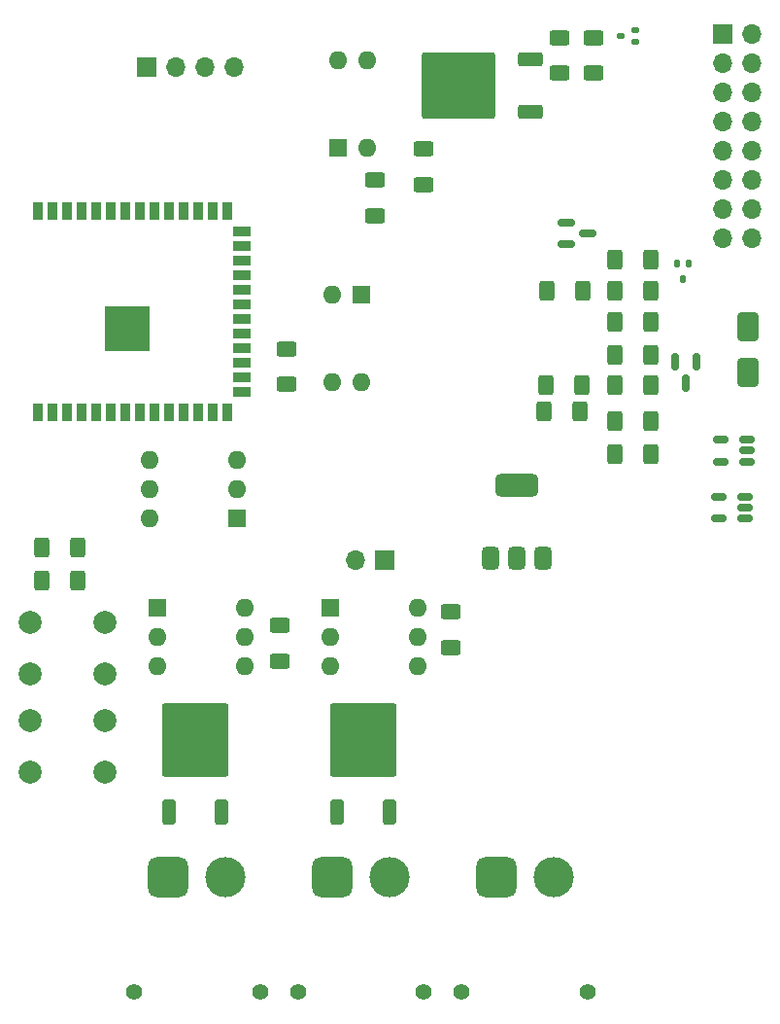
<source format=gbr>
%TF.GenerationSoftware,KiCad,Pcbnew,8.0.6*%
%TF.CreationDate,2025-05-10T04:30:44+07:00*%
%TF.ProjectId,FCU32 2 LAYER,46435533-3220-4322-904c-415945522e6b,rev?*%
%TF.SameCoordinates,Original*%
%TF.FileFunction,Soldermask,Top*%
%TF.FilePolarity,Negative*%
%FSLAX46Y46*%
G04 Gerber Fmt 4.6, Leading zero omitted, Abs format (unit mm)*
G04 Created by KiCad (PCBNEW 8.0.6) date 2025-05-10 04:30:44*
%MOMM*%
%LPD*%
G01*
G04 APERTURE LIST*
G04 Aperture macros list*
%AMRoundRect*
0 Rectangle with rounded corners*
0 $1 Rounding radius*
0 $2 $3 $4 $5 $6 $7 $8 $9 X,Y pos of 4 corners*
0 Add a 4 corners polygon primitive as box body*
4,1,4,$2,$3,$4,$5,$6,$7,$8,$9,$2,$3,0*
0 Add four circle primitives for the rounded corners*
1,1,$1+$1,$2,$3*
1,1,$1+$1,$4,$5*
1,1,$1+$1,$6,$7*
1,1,$1+$1,$8,$9*
0 Add four rect primitives between the rounded corners*
20,1,$1+$1,$2,$3,$4,$5,0*
20,1,$1+$1,$4,$5,$6,$7,0*
20,1,$1+$1,$6,$7,$8,$9,0*
20,1,$1+$1,$8,$9,$2,$3,0*%
G04 Aperture macros list end*
%ADD10RoundRect,0.250000X-0.400000X-0.625000X0.400000X-0.625000X0.400000X0.625000X-0.400000X0.625000X0*%
%ADD11O,1.600000X1.600000*%
%ADD12R,1.600000X1.600000*%
%ADD13RoundRect,0.150000X0.512500X0.150000X-0.512500X0.150000X-0.512500X-0.150000X0.512500X-0.150000X0*%
%ADD14RoundRect,0.375000X0.375000X-0.625000X0.375000X0.625000X-0.375000X0.625000X-0.375000X-0.625000X0*%
%ADD15RoundRect,0.500000X1.400000X-0.500000X1.400000X0.500000X-1.400000X0.500000X-1.400000X-0.500000X0*%
%ADD16C,2.000000*%
%ADD17RoundRect,0.250000X0.400000X0.625000X-0.400000X0.625000X-0.400000X-0.625000X0.400000X-0.625000X0*%
%ADD18RoundRect,0.250000X0.625000X-0.400000X0.625000X0.400000X-0.625000X0.400000X-0.625000X-0.400000X0*%
%ADD19RoundRect,0.250000X-0.625000X0.400000X-0.625000X-0.400000X0.625000X-0.400000X0.625000X0.400000X0*%
%ADD20RoundRect,0.125000X0.175000X0.125000X-0.175000X0.125000X-0.175000X-0.125000X0.175000X-0.125000X0*%
%ADD21RoundRect,0.250000X0.850000X0.350000X-0.850000X0.350000X-0.850000X-0.350000X0.850000X-0.350000X0*%
%ADD22RoundRect,0.249997X2.950003X2.650003X-2.950003X2.650003X-2.950003X-2.650003X2.950003X-2.650003X0*%
%ADD23RoundRect,0.125000X-0.125000X0.175000X-0.125000X-0.175000X0.125000X-0.175000X0.125000X0.175000X0*%
%ADD24RoundRect,0.250000X0.350000X-0.850000X0.350000X0.850000X-0.350000X0.850000X-0.350000X-0.850000X0*%
%ADD25RoundRect,0.249997X2.650003X-2.950003X2.650003X2.950003X-2.650003X2.950003X-2.650003X-2.950003X0*%
%ADD26RoundRect,0.150000X-0.150000X0.587500X-0.150000X-0.587500X0.150000X-0.587500X0.150000X0.587500X0*%
%ADD27RoundRect,0.150000X-0.587500X-0.150000X0.587500X-0.150000X0.587500X0.150000X-0.587500X0.150000X0*%
%ADD28R,1.700000X1.700000*%
%ADD29O,1.700000X1.700000*%
%ADD30C,1.400000*%
%ADD31RoundRect,0.770000X0.980000X0.980000X-0.980000X0.980000X-0.980000X-0.980000X0.980000X-0.980000X0*%
%ADD32C,3.500000*%
%ADD33RoundRect,0.250000X0.650000X-1.000000X0.650000X1.000000X-0.650000X1.000000X-0.650000X-1.000000X0*%
%ADD34R,0.900000X1.500000*%
%ADD35R,1.500000X0.900000*%
%ADD36C,0.600000*%
%ADD37R,3.900000X3.900000*%
G04 APERTURE END LIST*
D10*
%TO.C,R10*%
X21082000Y-67214000D03*
X24182000Y-67214000D03*
%TD*%
%TO.C,R11*%
X21082000Y-70104000D03*
X24182000Y-70104000D03*
%TD*%
D11*
%TO.C,U8*%
X38820000Y-72475001D03*
X38820000Y-75015001D03*
X38820000Y-77555001D03*
X31200000Y-77555000D03*
X31200000Y-75015001D03*
D12*
X31200000Y-72475001D03*
%TD*%
D11*
%TO.C,U2*%
X53820000Y-72475001D03*
X53820000Y-75015001D03*
X53820000Y-77555001D03*
X46200000Y-77555000D03*
X46200000Y-75015001D03*
D12*
X46200000Y-72475001D03*
%TD*%
%TO.C,U13*%
X48975000Y-45200000D03*
D11*
X46435000Y-45200000D03*
X46435000Y-52820000D03*
X48975000Y-52820000D03*
%TD*%
D13*
%TO.C,U11*%
X82537500Y-59749999D03*
X82537500Y-58800000D03*
X82537500Y-57850001D03*
X80262500Y-57850001D03*
X80262500Y-59749999D03*
%TD*%
D12*
%TO.C,U9*%
X38100000Y-64725000D03*
D11*
X38100000Y-62185000D03*
X38100000Y-59645001D03*
X30480000Y-59645000D03*
X30480000Y-62185000D03*
X30480000Y-64725000D03*
%TD*%
D12*
%TO.C,U7*%
X46925001Y-32400000D03*
D11*
X49465001Y-32400000D03*
X49465001Y-24780000D03*
X46925001Y-24780000D03*
%TD*%
D14*
%TO.C,U4*%
X60200000Y-68150000D03*
X62500000Y-68149999D03*
D15*
X62500000Y-61850001D03*
D14*
X64800000Y-68150000D03*
%TD*%
D16*
%TO.C,SW2*%
X20066000Y-82282000D03*
X26566000Y-82282000D03*
X20066000Y-86782000D03*
X26566000Y-86782000D03*
%TD*%
%TO.C,SW1*%
X20066000Y-73732000D03*
X26566000Y-73732000D03*
X20066000Y-78232000D03*
X26566000Y-78232000D03*
%TD*%
D10*
%TO.C,R24*%
X64900000Y-55400000D03*
X68000000Y-55400000D03*
%TD*%
D17*
%TO.C,R22*%
X74150001Y-56200000D03*
X71049999Y-56200000D03*
%TD*%
D10*
%TO.C,R20*%
X71049999Y-44900000D03*
X74150001Y-44900000D03*
%TD*%
D18*
%TO.C,R18*%
X41800000Y-74049999D03*
X41800000Y-77150001D03*
%TD*%
D10*
%TO.C,R17*%
X71049999Y-50500000D03*
X74150001Y-50500000D03*
%TD*%
D17*
%TO.C,R15*%
X74150001Y-47600000D03*
X71049999Y-47600000D03*
%TD*%
D18*
%TO.C,R14*%
X54400000Y-35650001D03*
X54400000Y-32549999D03*
%TD*%
%TO.C,R12*%
X50100000Y-38350001D03*
X50100000Y-35249999D03*
%TD*%
D19*
%TO.C,R9*%
X66200000Y-22849999D03*
X66200000Y-25950001D03*
%TD*%
D18*
%TO.C,R6*%
X42400000Y-53050001D03*
X42400000Y-49949999D03*
%TD*%
%TO.C,R5*%
X56700000Y-75950001D03*
X56700000Y-72849999D03*
%TD*%
D10*
%TO.C,R4*%
X65050000Y-53100000D03*
X68150000Y-53100000D03*
%TD*%
%TO.C,R3*%
X71049999Y-42200000D03*
X74150001Y-42200000D03*
%TD*%
%TO.C,R2*%
X71049999Y-53100000D03*
X74150001Y-53100000D03*
%TD*%
D19*
%TO.C,R1*%
X69200000Y-22849999D03*
X69200000Y-25950001D03*
%TD*%
D20*
%TO.C,Q8*%
X72850000Y-23200000D03*
X72850000Y-22200000D03*
X71550001Y-22700000D03*
%TD*%
D21*
%TO.C,Q7*%
X63700000Y-29300000D03*
D22*
X57399999Y-27020000D03*
D21*
X63700000Y-24740000D03*
%TD*%
D23*
%TO.C,Q6*%
X77500000Y-42550000D03*
X76500000Y-42550000D03*
X77000000Y-43849999D03*
%TD*%
D24*
%TO.C,Q4*%
X36760000Y-90300000D03*
D25*
X34480000Y-83999999D03*
D24*
X32200000Y-90300000D03*
%TD*%
D26*
%TO.C,Q3*%
X78150000Y-51024999D03*
X76250000Y-51024999D03*
X77200000Y-52900000D03*
%TD*%
D27*
%TO.C,Q2*%
X68675002Y-39900000D03*
X66800001Y-40850000D03*
X66800001Y-38950000D03*
%TD*%
D24*
%TO.C,Q1*%
X46822500Y-90300000D03*
D25*
X49102500Y-83999999D03*
D24*
X51382500Y-90300000D03*
%TD*%
D28*
%TO.C,JP1*%
X50975000Y-68300000D03*
D29*
X48435000Y-68300000D03*
%TD*%
D30*
%TO.C,J5*%
X54400000Y-105900000D03*
X43400000Y-105900000D03*
D31*
X46400000Y-95900000D03*
D32*
X51400000Y-95900000D03*
%TD*%
D30*
%TO.C,J4*%
X40100000Y-105900000D03*
X29100000Y-105900000D03*
D31*
X32100000Y-95900000D03*
D32*
X37100000Y-95900000D03*
%TD*%
D30*
%TO.C,J3*%
X68700000Y-105900000D03*
X57700000Y-105900000D03*
D31*
X60700000Y-95900000D03*
D32*
X65700000Y-95900000D03*
%TD*%
D28*
%TO.C,J2*%
X30200000Y-25375000D03*
D29*
X32740000Y-25375000D03*
X35279999Y-25375000D03*
X37820000Y-25375000D03*
%TD*%
D33*
%TO.C,D3*%
X82600000Y-52000001D03*
X82600000Y-47999999D03*
%TD*%
D29*
%TO.C,J1*%
X83000000Y-40280000D03*
X80460000Y-40280001D03*
X83000000Y-37740000D03*
X80460000Y-37740000D03*
X83000000Y-35200000D03*
X80460000Y-35200000D03*
X83000000Y-32660000D03*
X80460000Y-32660000D03*
X83000000Y-30120000D03*
X80460000Y-30120000D03*
X83000000Y-27580000D03*
X80460000Y-27579999D03*
X83000000Y-25040000D03*
X80460000Y-25040000D03*
X83000000Y-22500000D03*
D28*
X80460000Y-22500000D03*
%TD*%
D34*
%TO.C,U12*%
X20780000Y-55450000D03*
X22050000Y-55450000D03*
X23320000Y-55450000D03*
X24590000Y-55450000D03*
X25860000Y-55450000D03*
X27130000Y-55450000D03*
X28400000Y-55450000D03*
X29670000Y-55450000D03*
X30940000Y-55450000D03*
X32210000Y-55450000D03*
X33480000Y-55450000D03*
X34750000Y-55450000D03*
X36020000Y-55450000D03*
X37290000Y-55450000D03*
D35*
X38540000Y-53685000D03*
X38540000Y-52415000D03*
X38540000Y-51145000D03*
X38540000Y-49875000D03*
X38540000Y-48605000D03*
X38540000Y-47335000D03*
X38540000Y-46065000D03*
X38540000Y-44795000D03*
X38540000Y-43525000D03*
X38540000Y-42255000D03*
X38540000Y-40985000D03*
X38540000Y-39715000D03*
D34*
X37290000Y-37950000D03*
X36020000Y-37950000D03*
X34750000Y-37950000D03*
X33480000Y-37950000D03*
X32210000Y-37950000D03*
X30940000Y-37950000D03*
X29670000Y-37950000D03*
X28400000Y-37950000D03*
X27130000Y-37950000D03*
X25860000Y-37950000D03*
X24590000Y-37950000D03*
X23320000Y-37950000D03*
X22050000Y-37950000D03*
X20780000Y-37950000D03*
D36*
X27800000Y-49600000D03*
X29200000Y-49600000D03*
X27100000Y-48900000D03*
X28500000Y-48900000D03*
X29900000Y-48900000D03*
X27800000Y-48200000D03*
D37*
X28500000Y-48200000D03*
D36*
X29200000Y-48200000D03*
X27100000Y-47500000D03*
X28500000Y-47500000D03*
X29900000Y-47500000D03*
X27800000Y-46800000D03*
X29200000Y-46800000D03*
%TD*%
D17*
%TO.C,R23*%
X74150001Y-59100000D03*
X71049999Y-59100000D03*
%TD*%
D13*
%TO.C,U10*%
X82375000Y-64699999D03*
X82375000Y-63750000D03*
X82375000Y-62800001D03*
X80100000Y-62800001D03*
X80100000Y-64699999D03*
%TD*%
D17*
%TO.C,R21*%
X65149999Y-44890000D03*
X68250001Y-44890000D03*
%TD*%
M02*

</source>
